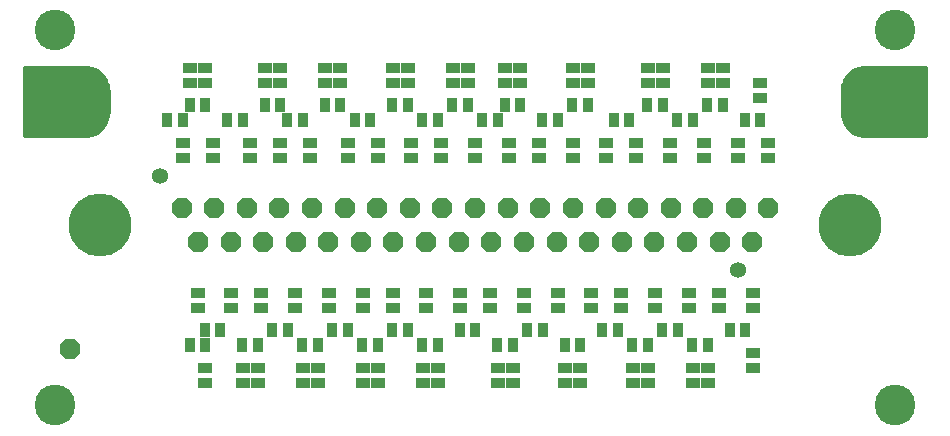
<source format=gts>
G75*
%MOIN*%
%OFA0B0*%
%FSLAX25Y25*%
%IPPOS*%
%LPD*%
%AMOC8*
5,1,8,0,0,1.08239X$1,22.5*
%
%ADD10C,0.13583*%
%ADD11C,0.01600*%
%ADD12OC8,0.06984*%
%ADD13C,0.20984*%
%ADD14R,0.04528X0.03740*%
%ADD15R,0.03740X0.04528*%
%ADD16C,0.05346*%
D10*
X0016800Y0016800D03*
X0016800Y0141800D03*
X0296800Y0141800D03*
X0296800Y0016800D03*
D11*
X0287174Y0106800D02*
X0285942Y0106897D01*
X0284741Y0107185D01*
X0283599Y0107658D01*
X0282546Y0108304D01*
X0281606Y0109106D01*
X0280804Y0110046D01*
X0280158Y0111099D01*
X0279685Y0112241D01*
X0279397Y0113442D01*
X0279300Y0114674D01*
X0279300Y0121426D01*
X0279397Y0122658D01*
X0279685Y0123859D01*
X0280158Y0125001D01*
X0280804Y0126054D01*
X0281606Y0126994D01*
X0282546Y0127796D01*
X0283599Y0128442D01*
X0284741Y0128915D01*
X0285942Y0129203D01*
X0287174Y0129300D01*
X0306800Y0129300D01*
X0306800Y0106800D01*
X0287174Y0106800D01*
X0283832Y0107562D02*
X0306800Y0107562D01*
X0306800Y0109160D02*
X0281560Y0109160D01*
X0280367Y0110759D02*
X0306800Y0110759D01*
X0306800Y0112357D02*
X0279657Y0112357D01*
X0279357Y0113956D02*
X0306800Y0113956D01*
X0306800Y0115554D02*
X0279300Y0115554D01*
X0279300Y0117153D02*
X0306800Y0117153D01*
X0306800Y0118751D02*
X0279300Y0118751D01*
X0279300Y0120350D02*
X0306800Y0120350D01*
X0306800Y0121948D02*
X0279341Y0121948D01*
X0279610Y0123547D02*
X0306800Y0123547D01*
X0306800Y0125145D02*
X0280247Y0125145D01*
X0281393Y0126744D02*
X0306800Y0126744D01*
X0306800Y0128342D02*
X0283437Y0128342D01*
X0034300Y0121426D02*
X0034300Y0114674D01*
X0034203Y0113442D01*
X0033915Y0112241D01*
X0033442Y0111099D01*
X0032796Y0110046D01*
X0031994Y0109106D01*
X0031054Y0108304D01*
X0030001Y0107658D01*
X0028859Y0107185D01*
X0027658Y0106897D01*
X0026426Y0106800D01*
X0006800Y0106800D01*
X0006800Y0129300D01*
X0026426Y0129300D01*
X0027658Y0129203D01*
X0028859Y0128915D01*
X0030001Y0128442D01*
X0031054Y0127796D01*
X0031994Y0126994D01*
X0032796Y0126054D01*
X0033442Y0125001D01*
X0033915Y0123859D01*
X0034203Y0122658D01*
X0034300Y0121426D01*
X0034259Y0121948D02*
X0006800Y0121948D01*
X0006800Y0120350D02*
X0034300Y0120350D01*
X0034300Y0118751D02*
X0006800Y0118751D01*
X0006800Y0117153D02*
X0034300Y0117153D01*
X0034300Y0115554D02*
X0006800Y0115554D01*
X0006800Y0113956D02*
X0034243Y0113956D01*
X0033943Y0112357D02*
X0006800Y0112357D01*
X0006800Y0110759D02*
X0033233Y0110759D01*
X0032040Y0109160D02*
X0006800Y0109160D01*
X0006800Y0107562D02*
X0029768Y0107562D01*
X0033990Y0123547D02*
X0006800Y0123547D01*
X0006800Y0125145D02*
X0033353Y0125145D01*
X0032207Y0126744D02*
X0006800Y0126744D01*
X0006800Y0128342D02*
X0030163Y0128342D01*
D12*
X0059000Y0082400D03*
X0069800Y0082400D03*
X0080700Y0082400D03*
X0091600Y0082400D03*
X0102400Y0082400D03*
X0113300Y0082400D03*
X0124200Y0082400D03*
X0135100Y0082400D03*
X0145900Y0082400D03*
X0156800Y0082400D03*
X0167700Y0082400D03*
X0178500Y0082400D03*
X0189400Y0082400D03*
X0200300Y0082400D03*
X0211100Y0082400D03*
X0222000Y0082400D03*
X0232900Y0082400D03*
X0243700Y0082400D03*
X0254600Y0082400D03*
X0249200Y0071200D03*
X0238300Y0071200D03*
X0227400Y0071200D03*
X0216600Y0071200D03*
X0205700Y0071200D03*
X0194800Y0071200D03*
X0184000Y0071200D03*
X0173100Y0071200D03*
X0162200Y0071200D03*
X0151400Y0071200D03*
X0140500Y0071200D03*
X0129600Y0071200D03*
X0118700Y0071200D03*
X0107900Y0071200D03*
X0097000Y0071200D03*
X0086100Y0071200D03*
X0075300Y0071200D03*
X0064400Y0071200D03*
X0021800Y0035550D03*
D13*
X0031800Y0076800D03*
X0281800Y0076800D03*
D14*
X0249300Y0054359D03*
X0249300Y0049241D03*
X0238050Y0049241D03*
X0238050Y0054359D03*
X0228050Y0054359D03*
X0228050Y0049241D03*
X0216800Y0049241D03*
X0216800Y0054359D03*
X0205550Y0054359D03*
X0205550Y0049241D03*
X0195550Y0049241D03*
X0195550Y0054359D03*
X0184300Y0054359D03*
X0184300Y0049241D03*
X0173050Y0049241D03*
X0173050Y0054359D03*
X0161800Y0054359D03*
X0161800Y0049241D03*
X0151800Y0049241D03*
X0151800Y0054359D03*
X0140550Y0054359D03*
X0140550Y0049241D03*
X0129300Y0049241D03*
X0129300Y0054359D03*
X0119300Y0054359D03*
X0119300Y0049241D03*
X0108050Y0049241D03*
X0108050Y0054359D03*
X0096800Y0054359D03*
X0096800Y0049241D03*
X0085550Y0049241D03*
X0085550Y0054359D03*
X0075550Y0054359D03*
X0075550Y0049241D03*
X0064300Y0049241D03*
X0064300Y0054359D03*
X0066800Y0029359D03*
X0066800Y0024241D03*
X0079300Y0024241D03*
X0084300Y0024241D03*
X0084300Y0029359D03*
X0079300Y0029359D03*
X0099300Y0029359D03*
X0104300Y0029359D03*
X0104300Y0024241D03*
X0099300Y0024241D03*
X0119300Y0024241D03*
X0124300Y0024241D03*
X0124300Y0029359D03*
X0119300Y0029359D03*
X0139300Y0029359D03*
X0144300Y0029359D03*
X0144300Y0024241D03*
X0139300Y0024241D03*
X0164300Y0024241D03*
X0169300Y0024241D03*
X0169300Y0029359D03*
X0164300Y0029359D03*
X0186800Y0029359D03*
X0191800Y0029359D03*
X0191800Y0024241D03*
X0186800Y0024241D03*
X0209300Y0024241D03*
X0214300Y0024241D03*
X0214300Y0029359D03*
X0209300Y0029359D03*
X0229300Y0029359D03*
X0234300Y0029359D03*
X0234300Y0024241D03*
X0229300Y0024241D03*
X0249300Y0029241D03*
X0249300Y0034359D03*
X0244300Y0099241D03*
X0244300Y0104359D03*
X0254300Y0104359D03*
X0254300Y0099241D03*
X0233050Y0099241D03*
X0233050Y0104359D03*
X0221800Y0104359D03*
X0221800Y0099241D03*
X0210550Y0099241D03*
X0210550Y0104359D03*
X0200550Y0104359D03*
X0200550Y0099241D03*
X0189300Y0099241D03*
X0189300Y0104359D03*
X0178050Y0104359D03*
X0178050Y0099241D03*
X0168050Y0099241D03*
X0168050Y0104359D03*
X0156800Y0104359D03*
X0156800Y0099241D03*
X0145550Y0099241D03*
X0145550Y0104359D03*
X0135550Y0104359D03*
X0135550Y0099241D03*
X0124300Y0099241D03*
X0124300Y0104359D03*
X0114300Y0104359D03*
X0114300Y0099241D03*
X0101800Y0099241D03*
X0101800Y0104359D03*
X0091800Y0104359D03*
X0091800Y0099241D03*
X0081800Y0099241D03*
X0081800Y0104359D03*
X0069300Y0104359D03*
X0069300Y0099241D03*
X0059300Y0099241D03*
X0059300Y0104359D03*
X0061800Y0124241D03*
X0066800Y0124241D03*
X0066800Y0129359D03*
X0061800Y0129359D03*
X0086800Y0129359D03*
X0091800Y0129359D03*
X0091800Y0124241D03*
X0086800Y0124241D03*
X0106800Y0124241D03*
X0111800Y0124241D03*
X0111800Y0129359D03*
X0106800Y0129359D03*
X0129300Y0129359D03*
X0134300Y0129359D03*
X0134300Y0124241D03*
X0129300Y0124241D03*
X0149300Y0124241D03*
X0154300Y0124241D03*
X0154300Y0129359D03*
X0149300Y0129359D03*
X0166800Y0129359D03*
X0171800Y0129359D03*
X0171800Y0124241D03*
X0166800Y0124241D03*
X0189300Y0124241D03*
X0194300Y0124241D03*
X0194300Y0129359D03*
X0189300Y0129359D03*
X0214300Y0129359D03*
X0219300Y0129359D03*
X0219300Y0124241D03*
X0214300Y0124241D03*
X0234300Y0124241D03*
X0239300Y0124241D03*
X0239300Y0129359D03*
X0234300Y0129359D03*
X0251800Y0124359D03*
X0251800Y0119241D03*
D15*
X0251859Y0111800D03*
X0246741Y0111800D03*
X0239359Y0116800D03*
X0234241Y0116800D03*
X0229359Y0111800D03*
X0224241Y0111800D03*
X0219359Y0116800D03*
X0214241Y0116800D03*
X0208109Y0111800D03*
X0202991Y0111800D03*
X0194359Y0116800D03*
X0189241Y0116800D03*
X0184359Y0111800D03*
X0179241Y0111800D03*
X0171859Y0116800D03*
X0166741Y0116800D03*
X0164359Y0111800D03*
X0159241Y0111800D03*
X0154359Y0116800D03*
X0149241Y0116800D03*
X0144359Y0111800D03*
X0139241Y0111800D03*
X0134359Y0116800D03*
X0129241Y0116800D03*
X0121859Y0111800D03*
X0116741Y0111800D03*
X0111859Y0116800D03*
X0106741Y0116800D03*
X0099359Y0111800D03*
X0094241Y0111800D03*
X0091859Y0116800D03*
X0086741Y0116800D03*
X0079359Y0111800D03*
X0074241Y0111800D03*
X0066859Y0116800D03*
X0061741Y0116800D03*
X0059359Y0111800D03*
X0054241Y0111800D03*
X0066741Y0041800D03*
X0071859Y0041800D03*
X0066859Y0036800D03*
X0061741Y0036800D03*
X0079241Y0036800D03*
X0084359Y0036800D03*
X0089241Y0041800D03*
X0094359Y0041800D03*
X0099241Y0036800D03*
X0104359Y0036800D03*
X0109241Y0041800D03*
X0114359Y0041800D03*
X0119241Y0036800D03*
X0124359Y0036800D03*
X0129241Y0041800D03*
X0134359Y0041800D03*
X0139241Y0036800D03*
X0144359Y0036800D03*
X0151741Y0041800D03*
X0156859Y0041800D03*
X0164241Y0036800D03*
X0169359Y0036800D03*
X0174241Y0041800D03*
X0179359Y0041800D03*
X0186741Y0036800D03*
X0191859Y0036800D03*
X0199241Y0041800D03*
X0204359Y0041800D03*
X0209241Y0036800D03*
X0214359Y0036800D03*
X0219241Y0041800D03*
X0224359Y0041800D03*
X0229241Y0036800D03*
X0234359Y0036800D03*
X0241741Y0041800D03*
X0246859Y0041800D03*
D16*
X0244300Y0061800D03*
X0051800Y0093050D03*
M02*

</source>
